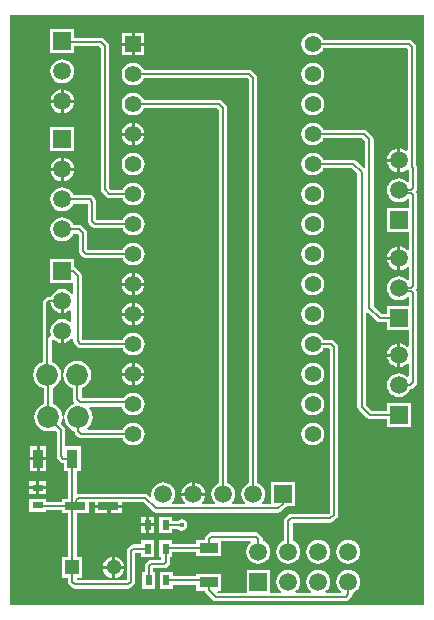
<source format=gtl>
G04 Layer_Physical_Order=1*
G04 Layer_Color=255*
%FSLAX44Y44*%
%MOMM*%
G71*
G01*
G75*
%ADD10R,0.9000X1.6000*%
%ADD11R,1.6000X0.9000*%
%ADD12R,1.8000X0.6500*%
%ADD13R,0.6000X0.9000*%
%ADD14R,0.9000X0.6000*%
%ADD15C,0.2000*%
%ADD16C,1.8500*%
%ADD17R,1.2000X1.2000*%
%ADD18C,1.3000*%
%ADD19C,1.4000*%
%ADD20R,1.4000X1.4000*%
%ADD21C,1.5000*%
%ADD22R,1.5000X1.5000*%
%ADD23R,1.5000X1.5000*%
%ADD24C,0.4500*%
G36*
X604000Y754000D02*
Y254000D01*
X254000D01*
X254000Y254000D01*
Y754000D01*
X604000D01*
X604000Y754000D01*
D02*
G37*
%LPC*%
G36*
X284540Y388540D02*
X278770D01*
Y379270D01*
X284540D01*
Y388540D01*
D02*
G37*
G36*
X276230D02*
X270460D01*
Y379270D01*
X276230D01*
Y388540D01*
D02*
G37*
G36*
X310700Y460892D02*
X307622Y460486D01*
X304754Y459299D01*
X302291Y457409D01*
X300401Y454946D01*
X299214Y452078D01*
X298808Y449000D01*
X299214Y445922D01*
X300401Y443054D01*
X302291Y440591D01*
X304754Y438702D01*
X307091Y437734D01*
Y428300D01*
X307365Y426919D01*
X308148Y425748D01*
X308236Y425660D01*
X307909Y424191D01*
X305754Y423298D01*
X303291Y421409D01*
X301402Y418946D01*
X300214Y416078D01*
X299808Y413000D01*
X300214Y409922D01*
X301402Y407054D01*
X303291Y404591D01*
X305754Y402701D01*
X308091Y401734D01*
Y401300D01*
X308365Y399919D01*
X309148Y398748D01*
X311548Y396348D01*
X312719Y395565D01*
X314100Y395291D01*
X349169D01*
X349667Y394089D01*
X351196Y392096D01*
X353189Y390567D01*
X355510Y389605D01*
X358000Y389278D01*
X360490Y389605D01*
X362811Y390567D01*
X364804Y392096D01*
X366333Y394089D01*
X367294Y396409D01*
X367622Y398900D01*
X367294Y401390D01*
X366333Y403711D01*
X364804Y405704D01*
X362811Y407233D01*
X360490Y408194D01*
X358000Y408522D01*
X355510Y408194D01*
X353189Y407233D01*
X351196Y405704D01*
X349667Y403711D01*
X349169Y402509D01*
X319482D01*
X319051Y403779D01*
X320109Y404591D01*
X321998Y407054D01*
X323186Y409922D01*
X323592Y413000D01*
X323186Y416078D01*
X321998Y418946D01*
X320491Y420911D01*
X321117Y422181D01*
X348657D01*
X348706Y421810D01*
X349667Y419489D01*
X351196Y417496D01*
X353189Y415967D01*
X355510Y415005D01*
X358000Y414678D01*
X360490Y415005D01*
X362811Y415967D01*
X364804Y417496D01*
X366333Y419489D01*
X367294Y421810D01*
X367622Y424300D01*
X367294Y426790D01*
X366333Y429111D01*
X364804Y431104D01*
X362811Y432633D01*
X360490Y433594D01*
X358000Y433922D01*
X355510Y433594D01*
X353189Y432633D01*
X351196Y431104D01*
X349888Y429399D01*
X314705D01*
X314309Y429795D01*
Y437734D01*
X316646Y438702D01*
X319109Y440591D01*
X320998Y443054D01*
X322187Y445922D01*
X322592Y449000D01*
X322187Y452078D01*
X320998Y454946D01*
X319109Y457409D01*
X316646Y459299D01*
X313778Y460486D01*
X310700Y460892D01*
D02*
G37*
G36*
X510000Y408522D02*
X507510Y408194D01*
X505189Y407233D01*
X503196Y405704D01*
X501667Y403711D01*
X500706Y401390D01*
X500378Y398900D01*
X500706Y396409D01*
X501667Y394089D01*
X503196Y392096D01*
X505189Y390567D01*
X507510Y389605D01*
X510000Y389278D01*
X512490Y389605D01*
X514811Y390567D01*
X516804Y392096D01*
X518333Y394089D01*
X519294Y396409D01*
X519622Y398900D01*
X519294Y401390D01*
X518333Y403711D01*
X516804Y405704D01*
X514811Y407233D01*
X512490Y408194D01*
X510000Y408522D01*
D02*
G37*
G36*
X284540Y376730D02*
X278770D01*
Y367460D01*
X284540D01*
Y376730D01*
D02*
G37*
G36*
X275730Y359040D02*
X269960D01*
Y354770D01*
X275730D01*
Y359040D01*
D02*
G37*
G36*
X410070Y357959D02*
Y349270D01*
X418759D01*
X418582Y350621D01*
X417570Y353063D01*
X415961Y355161D01*
X413863Y356770D01*
X411421Y357782D01*
X410070Y357959D01*
D02*
G37*
G36*
X276230Y376730D02*
X270460D01*
Y367460D01*
X276230D01*
Y376730D01*
D02*
G37*
G36*
X284040Y359040D02*
X278270D01*
Y354770D01*
X284040D01*
Y359040D01*
D02*
G37*
G36*
X510000Y433922D02*
X507510Y433594D01*
X505189Y432633D01*
X503196Y431104D01*
X501667Y429111D01*
X500706Y426790D01*
X500378Y424300D01*
X500706Y421810D01*
X501667Y419489D01*
X503196Y417496D01*
X505189Y415967D01*
X507510Y415005D01*
X510000Y414678D01*
X512490Y415005D01*
X514811Y415967D01*
X516804Y417496D01*
X518333Y419489D01*
X519294Y421810D01*
X519622Y424300D01*
X519294Y426790D01*
X518333Y429111D01*
X516804Y431104D01*
X514811Y432633D01*
X512490Y433594D01*
X510000Y433922D01*
D02*
G37*
G36*
X581730Y475759D02*
X580379Y475582D01*
X577937Y474570D01*
X575839Y472961D01*
X574230Y470863D01*
X573218Y468421D01*
X573041Y467070D01*
X581730D01*
Y475759D01*
D02*
G37*
G36*
Y464530D02*
X573041D01*
X573218Y463179D01*
X574230Y460737D01*
X575839Y458639D01*
X577937Y457030D01*
X580379Y456018D01*
X581730Y455841D01*
Y464530D01*
D02*
G37*
G36*
X356730Y499230D02*
X348545D01*
X348706Y498009D01*
X349667Y495689D01*
X351196Y493696D01*
X353189Y492167D01*
X355510Y491205D01*
X356730Y491045D01*
Y499230D01*
D02*
G37*
G36*
X510000Y510122D02*
X507510Y509794D01*
X505189Y508833D01*
X503196Y507304D01*
X501667Y505311D01*
X500706Y502990D01*
X500378Y500500D01*
X500706Y498009D01*
X501667Y495689D01*
X503196Y493696D01*
X505189Y492167D01*
X507510Y491205D01*
X510000Y490878D01*
X512490Y491205D01*
X514811Y492167D01*
X516804Y493696D01*
X518333Y495689D01*
X519294Y498009D01*
X519622Y500500D01*
X519294Y502990D01*
X518333Y505311D01*
X516804Y507304D01*
X514811Y508833D01*
X512490Y509794D01*
X510000Y510122D01*
D02*
G37*
G36*
X359270Y459155D02*
Y450970D01*
X367455D01*
X367294Y452190D01*
X366333Y454511D01*
X364804Y456504D01*
X362811Y458033D01*
X360490Y458994D01*
X359270Y459155D01*
D02*
G37*
G36*
X356730Y448430D02*
X348545D01*
X348706Y447210D01*
X349667Y444889D01*
X351196Y442896D01*
X353189Y441367D01*
X355510Y440406D01*
X356730Y440245D01*
Y448430D01*
D02*
G37*
G36*
X510000Y459322D02*
X507510Y458994D01*
X505189Y458033D01*
X503196Y456504D01*
X501667Y454511D01*
X500706Y452190D01*
X500378Y449700D01*
X500706Y447210D01*
X501667Y444889D01*
X503196Y442896D01*
X505189Y441367D01*
X507510Y440406D01*
X510000Y440078D01*
X512490Y440406D01*
X514811Y441367D01*
X516804Y442896D01*
X518333Y444889D01*
X519294Y447210D01*
X519622Y449700D01*
X519294Y452190D01*
X518333Y454511D01*
X516804Y456504D01*
X514811Y458033D01*
X512490Y458994D01*
X510000Y459322D01*
D02*
G37*
G36*
X356730Y459155D02*
X355510Y458994D01*
X353189Y458033D01*
X351196Y456504D01*
X349667Y454511D01*
X348706Y452190D01*
X348545Y450970D01*
X356730D01*
Y459155D01*
D02*
G37*
G36*
X367455Y448430D02*
X359270D01*
Y440245D01*
X360490Y440406D01*
X362811Y441367D01*
X364804Y442896D01*
X366333Y444889D01*
X367294Y447210D01*
X367455Y448430D01*
D02*
G37*
G36*
X407530Y357959D02*
X406179Y357782D01*
X403737Y356770D01*
X401639Y355161D01*
X400030Y353063D01*
X399018Y350621D01*
X398841Y349270D01*
X407530D01*
Y357959D01*
D02*
G37*
G36*
X514800Y309527D02*
X512179Y309182D01*
X509737Y308170D01*
X507639Y306561D01*
X506030Y304463D01*
X505018Y302021D01*
X504673Y299400D01*
X505018Y296779D01*
X506030Y294337D01*
X507639Y292239D01*
X509737Y290630D01*
X512179Y289618D01*
X514800Y289273D01*
X517421Y289618D01*
X519863Y290630D01*
X521961Y292239D01*
X523570Y294337D01*
X524582Y296779D01*
X524927Y299400D01*
X524582Y302021D01*
X523570Y304463D01*
X521961Y306561D01*
X519863Y308170D01*
X517421Y309182D01*
X514800Y309527D01*
D02*
G37*
G36*
X510000Y484722D02*
X507510Y484394D01*
X505189Y483433D01*
X503196Y481904D01*
X501667Y479911D01*
X500706Y477590D01*
X500378Y475100D01*
X500706Y472609D01*
X501667Y470289D01*
X503196Y468296D01*
X505189Y466767D01*
X507510Y465806D01*
X510000Y465478D01*
X512490Y465806D01*
X514811Y466767D01*
X516804Y468296D01*
X518333Y470289D01*
X518831Y471491D01*
X524155D01*
X524391Y471255D01*
Y331995D01*
X523505Y331109D01*
X491646D01*
X490264Y330835D01*
X489093Y330052D01*
X486848Y327807D01*
X486065Y326636D01*
X485791Y325254D01*
Y308772D01*
X484337Y308170D01*
X482239Y306561D01*
X480630Y304463D01*
X479618Y302021D01*
X479273Y299400D01*
X479618Y296779D01*
X480630Y294337D01*
X482239Y292239D01*
X484337Y290630D01*
X486779Y289618D01*
X489400Y289273D01*
X492021Y289618D01*
X494463Y290630D01*
X496561Y292239D01*
X498170Y294337D01*
X499182Y296779D01*
X499527Y299400D01*
X499182Y302021D01*
X498170Y304463D01*
X496561Y306561D01*
X494463Y308170D01*
X493009Y308772D01*
Y323759D01*
X493141Y323891D01*
X525000D01*
X526381Y324165D01*
X527552Y324948D01*
X530552Y327948D01*
X531335Y329119D01*
X531609Y330500D01*
Y472750D01*
X531335Y474131D01*
X530552Y475302D01*
X528202Y477652D01*
X527031Y478435D01*
X525650Y478709D01*
X518831D01*
X518333Y479911D01*
X516804Y481904D01*
X514811Y483433D01*
X512490Y484394D01*
X510000Y484722D01*
D02*
G37*
G36*
X462000Y315609D02*
X424000D01*
X422619Y315335D01*
X421448Y314552D01*
X419448Y312552D01*
X418665Y311381D01*
X418391Y310000D01*
Y309540D01*
X411460D01*
Y306109D01*
X391040D01*
Y309040D01*
X379960D01*
Y294960D01*
X381891D01*
Y292609D01*
X373000D01*
X371619Y292335D01*
X370448Y291552D01*
X368948Y290052D01*
X368165Y288881D01*
X367891Y287500D01*
Y282040D01*
X365460D01*
Y267960D01*
X376540D01*
Y282040D01*
X375109D01*
Y285391D01*
X384000D01*
X385381Y285665D01*
X386552Y286448D01*
X388052Y287948D01*
X388835Y289119D01*
X389109Y290500D01*
Y294960D01*
X391040D01*
Y298891D01*
X411460D01*
Y295460D01*
X432540D01*
Y308391D01*
X457138D01*
X457569Y307121D01*
X456839Y306561D01*
X455230Y304463D01*
X454218Y302021D01*
X453873Y299400D01*
X454218Y296779D01*
X455230Y294337D01*
X456839Y292239D01*
X458937Y290630D01*
X461379Y289618D01*
X464000Y289273D01*
X466621Y289618D01*
X469063Y290630D01*
X471161Y292239D01*
X472770Y294337D01*
X473782Y296779D01*
X474127Y299400D01*
X473782Y302021D01*
X472770Y304463D01*
X471161Y306561D01*
X469063Y308170D01*
X467609Y308772D01*
Y310000D01*
X467335Y311381D01*
X466552Y312552D01*
X464552Y314552D01*
X463381Y315335D01*
X462000Y315609D01*
D02*
G37*
G36*
X540200Y309527D02*
X537579Y309182D01*
X535137Y308170D01*
X533039Y306561D01*
X531430Y304463D01*
X530418Y302021D01*
X530073Y299400D01*
X530418Y296779D01*
X531430Y294337D01*
X533039Y292239D01*
X535137Y290630D01*
X537579Y289618D01*
X540200Y289273D01*
X542821Y289618D01*
X545263Y290630D01*
X547361Y292239D01*
X548970Y294337D01*
X549982Y296779D01*
X550327Y299400D01*
X549982Y302021D01*
X548970Y304463D01*
X547361Y306561D01*
X545263Y308170D01*
X542821Y309182D01*
X540200Y309527D01*
D02*
G37*
G36*
X342770Y294951D02*
Y287270D01*
X350451D01*
X350307Y288360D01*
X349396Y290559D01*
X347947Y292447D01*
X346059Y293896D01*
X343860Y294807D01*
X342770Y294951D01*
D02*
G37*
G36*
X340230Y284730D02*
X332549D01*
X332693Y283640D01*
X333604Y281441D01*
X335053Y279553D01*
X336941Y278104D01*
X339140Y277193D01*
X340230Y277049D01*
Y284730D01*
D02*
G37*
G36*
X540200Y284127D02*
X537579Y283782D01*
X535137Y282770D01*
X533039Y281161D01*
X531430Y279063D01*
X530418Y276621D01*
X530073Y274000D01*
X530418Y271379D01*
X531430Y268937D01*
X533039Y266839D01*
X534291Y265879D01*
X533859Y264609D01*
X521141D01*
X520709Y265879D01*
X521961Y266839D01*
X523570Y268937D01*
X524582Y271379D01*
X524927Y274000D01*
X524582Y276621D01*
X523570Y279063D01*
X521961Y281161D01*
X519863Y282770D01*
X517421Y283782D01*
X514800Y284127D01*
X512179Y283782D01*
X509737Y282770D01*
X507639Y281161D01*
X506030Y279063D01*
X505018Y276621D01*
X504673Y274000D01*
X505018Y271379D01*
X506030Y268937D01*
X507639Y266839D01*
X508890Y265879D01*
X508460Y264609D01*
X495741D01*
X495309Y265879D01*
X496561Y266839D01*
X498170Y268937D01*
X499182Y271379D01*
X499527Y274000D01*
X499182Y276621D01*
X498170Y279063D01*
X496561Y281161D01*
X494463Y282770D01*
X492021Y283782D01*
X489400Y284127D01*
X486779Y283782D01*
X484337Y282770D01*
X482239Y281161D01*
X480630Y279063D01*
X479618Y276621D01*
X479273Y274000D01*
X479618Y271379D01*
X480630Y268937D01*
X482239Y266839D01*
X483490Y265879D01*
X483060Y264609D01*
X474040D01*
Y284040D01*
X453960D01*
Y264609D01*
X429800D01*
X429345Y265190D01*
X429950Y266460D01*
X432540D01*
Y280540D01*
X411460D01*
Y278609D01*
X391540D01*
Y282040D01*
X380460D01*
Y267960D01*
X391540D01*
Y271391D01*
X411460D01*
Y266460D01*
X418498D01*
X418665Y265619D01*
X419448Y264448D01*
X425448Y258448D01*
X426619Y257665D01*
X428000Y257391D01*
X538000D01*
X539381Y257665D01*
X540552Y258448D01*
X542752Y260648D01*
X543535Y261819D01*
X543809Y263200D01*
Y264628D01*
X545263Y265230D01*
X547361Y266839D01*
X548970Y268937D01*
X549982Y271379D01*
X550327Y274000D01*
X549982Y276621D01*
X548970Y279063D01*
X547361Y281161D01*
X545263Y282770D01*
X542821Y283782D01*
X540200Y284127D01*
D02*
G37*
G36*
X340230Y294951D02*
X339140Y294807D01*
X336941Y293896D01*
X335053Y292447D01*
X333604Y290559D01*
X332693Y288360D01*
X332549Y287270D01*
X340230D01*
Y294951D01*
D02*
G37*
G36*
X350451Y284730D02*
X342770D01*
Y277049D01*
X343860Y277193D01*
X346059Y278104D01*
X347947Y279553D01*
X349396Y281441D01*
X350307Y283640D01*
X350451Y284730D01*
D02*
G37*
G36*
X369230Y320730D02*
X364960D01*
Y314960D01*
X369230D01*
Y320730D01*
D02*
G37*
G36*
X358000Y713322D02*
X355510Y712994D01*
X353189Y712033D01*
X351196Y710504D01*
X349667Y708511D01*
X348706Y706190D01*
X348378Y703700D01*
X348706Y701209D01*
X349667Y698889D01*
X351196Y696896D01*
X353189Y695367D01*
X355510Y694406D01*
X358000Y694078D01*
X360490Y694406D01*
X362811Y695367D01*
X364804Y696896D01*
X366333Y698889D01*
X366831Y700091D01*
X454805D01*
X455991Y698905D01*
Y357372D01*
X454537Y356770D01*
X452439Y355161D01*
X450830Y353063D01*
X449818Y350621D01*
X449473Y348000D01*
X449818Y345379D01*
X450830Y342937D01*
X452409Y340879D01*
X452341Y340418D01*
X452067Y339609D01*
X441733D01*
X441459Y340418D01*
X441391Y340879D01*
X442970Y342937D01*
X443982Y345379D01*
X444327Y348000D01*
X443982Y350621D01*
X442970Y353063D01*
X441361Y355161D01*
X439263Y356770D01*
X437809Y357372D01*
Y674800D01*
X437535Y676181D01*
X436752Y677352D01*
X433252Y680852D01*
X432081Y681635D01*
X430700Y681909D01*
X366831D01*
X366333Y683111D01*
X364804Y685104D01*
X362811Y686633D01*
X360490Y687594D01*
X358000Y687922D01*
X355510Y687594D01*
X353189Y686633D01*
X351196Y685104D01*
X349667Y683111D01*
X348706Y680790D01*
X348378Y678300D01*
X348706Y675809D01*
X349667Y673489D01*
X351196Y671496D01*
X353189Y669967D01*
X355510Y669006D01*
X358000Y668678D01*
X360490Y669006D01*
X362811Y669967D01*
X364804Y671496D01*
X366333Y673489D01*
X366831Y674691D01*
X429205D01*
X430591Y673305D01*
Y357372D01*
X429137Y356770D01*
X427039Y355161D01*
X425430Y353063D01*
X424418Y350621D01*
X424073Y348000D01*
X424418Y345379D01*
X425430Y342937D01*
X427009Y340879D01*
X426941Y340418D01*
X426667Y339609D01*
X416333D01*
X416059Y340418D01*
X415991Y340879D01*
X417570Y342937D01*
X418582Y345379D01*
X418759Y346730D01*
X398841D01*
X399018Y345379D01*
X400030Y342937D01*
X401609Y340879D01*
X401541Y340418D01*
X401267Y339609D01*
X390933D01*
X390659Y340418D01*
X390591Y340879D01*
X392170Y342937D01*
X393182Y345379D01*
X393527Y348000D01*
X393182Y350621D01*
X392170Y353063D01*
X390561Y355161D01*
X388463Y356770D01*
X386021Y357782D01*
X383400Y358127D01*
X380779Y357782D01*
X378337Y356770D01*
X376239Y355161D01*
X374630Y353063D01*
X373618Y350621D01*
X373273Y348000D01*
X373481Y346419D01*
X372279Y345826D01*
X370762Y347342D01*
X369591Y348125D01*
X368210Y348399D01*
X312040D01*
X311379Y348268D01*
X310109Y349169D01*
Y367460D01*
X313540D01*
Y388540D01*
X300609D01*
Y402300D01*
X300335Y403681D01*
X299552Y404852D01*
X296819Y407586D01*
X297787Y409922D01*
X298192Y413000D01*
X297787Y416078D01*
X296598Y418946D01*
X294709Y421409D01*
X292246Y423298D01*
X289909Y424266D01*
Y438148D01*
X291246Y438702D01*
X293709Y440591D01*
X295599Y443054D01*
X296786Y445922D01*
X297192Y449000D01*
X296786Y452078D01*
X295599Y454946D01*
X293709Y457409D01*
X291246Y459299D01*
X288909Y460266D01*
Y478575D01*
X290126Y479507D01*
X290356Y479447D01*
X290698Y479223D01*
X290839Y479039D01*
X292937Y477430D01*
X295379Y476418D01*
X296730Y476241D01*
Y486200D01*
X299270D01*
Y476241D01*
X300621Y476418D01*
X303063Y477430D01*
X305161Y479039D01*
X306021Y480160D01*
X307291Y479729D01*
Y477600D01*
X307565Y476219D01*
X308348Y475048D01*
X310698Y472698D01*
X311869Y471915D01*
X313250Y471641D01*
X349107D01*
X349667Y470289D01*
X351196Y468296D01*
X353189Y466767D01*
X355510Y465806D01*
X358000Y465478D01*
X360490Y465806D01*
X362811Y466767D01*
X364804Y468296D01*
X366333Y470289D01*
X367294Y472609D01*
X367622Y475100D01*
X367294Y477590D01*
X366333Y479911D01*
X364804Y481904D01*
X362811Y483433D01*
X360490Y484394D01*
X358000Y484722D01*
X355510Y484394D01*
X353189Y483433D01*
X351196Y481904D01*
X349667Y479911D01*
X349231Y478859D01*
X314745D01*
X314509Y479095D01*
Y533100D01*
X314235Y534481D01*
X313452Y535652D01*
X309552Y539552D01*
X308381Y540335D01*
X308040Y540402D01*
Y547040D01*
X287960D01*
Y526960D01*
X307291D01*
Y518071D01*
X306021Y517640D01*
X305161Y518761D01*
X303063Y520370D01*
X300621Y521382D01*
X298000Y521727D01*
X295379Y521382D01*
X292937Y520370D01*
X290839Y518761D01*
X289230Y516663D01*
X288628Y515209D01*
X287100D01*
X285719Y514935D01*
X285270Y514635D01*
X285270Y514635D01*
X284548Y514152D01*
X282748Y512352D01*
X281965Y511181D01*
X281691Y509800D01*
Y480044D01*
Y460266D01*
X279354Y459299D01*
X276891Y457409D01*
X275002Y454946D01*
X273813Y452078D01*
X273408Y449000D01*
X273813Y445922D01*
X275002Y443054D01*
X276891Y440591D01*
X279354Y438702D01*
X282222Y437514D01*
X282691Y437452D01*
Y424266D01*
X280354Y423298D01*
X277891Y421409D01*
X276001Y418946D01*
X274813Y416078D01*
X274408Y413000D01*
X274813Y409922D01*
X276001Y407054D01*
X277891Y404591D01*
X280354Y402701D01*
X283222Y401513D01*
X286300Y401108D01*
X289378Y401513D01*
X291714Y402481D01*
X293391Y400805D01*
Y380000D01*
X293665Y378619D01*
X294448Y377448D01*
X296448Y375448D01*
X297619Y374665D01*
X299000Y374391D01*
X299460D01*
Y367460D01*
X302891D01*
Y343790D01*
X297460D01*
Y341609D01*
X284040D01*
Y344040D01*
X269960D01*
Y332960D01*
X284040D01*
Y334391D01*
X297460D01*
Y332210D01*
X302891D01*
Y294540D01*
X297960D01*
Y277460D01*
X302891D01*
Y274000D01*
X303165Y272619D01*
X303948Y271448D01*
X306198Y269198D01*
X307369Y268415D01*
X308750Y268141D01*
X353750D01*
X355131Y268415D01*
X356302Y269198D01*
X358552Y271448D01*
X359335Y272619D01*
X359609Y274000D01*
Y298391D01*
X364960D01*
Y294960D01*
X376040D01*
Y309040D01*
X364960D01*
Y305609D01*
X358000D01*
X356619Y305335D01*
X355448Y304552D01*
X353448Y302552D01*
X352665Y301381D01*
X352391Y300000D01*
Y275495D01*
X352255Y275359D01*
X310245D01*
X310109Y275495D01*
Y277460D01*
X315040D01*
Y294540D01*
X310109D01*
Y332210D01*
X320540D01*
Y341181D01*
X325460D01*
Y339270D01*
X348540D01*
Y341181D01*
X366715D01*
X374448Y333448D01*
X375619Y332665D01*
X377000Y332391D01*
X481000D01*
X482381Y332665D01*
X483552Y333448D01*
X487552Y337448D01*
X487894Y337960D01*
X495040D01*
Y358040D01*
X474960D01*
Y339609D01*
X467133D01*
X466859Y340418D01*
X466791Y340879D01*
X468370Y342937D01*
X469382Y345379D01*
X469727Y348000D01*
X469382Y350621D01*
X468370Y353063D01*
X466761Y355161D01*
X464663Y356770D01*
X463209Y357372D01*
Y700400D01*
X462935Y701781D01*
X462152Y702952D01*
X458852Y706252D01*
X457681Y707035D01*
X456300Y707309D01*
X366831D01*
X366333Y708511D01*
X364804Y710504D01*
X362811Y712033D01*
X360490Y712994D01*
X358000Y713322D01*
D02*
G37*
G36*
X348540Y336730D02*
X338270D01*
Y332210D01*
X348540D01*
Y336730D01*
D02*
G37*
G36*
X284040Y352230D02*
X278270D01*
Y347960D01*
X284040D01*
Y352230D01*
D02*
G37*
G36*
X275730D02*
X269960D01*
Y347960D01*
X275730D01*
Y352230D01*
D02*
G37*
G36*
X335730Y336730D02*
X325460D01*
Y332210D01*
X335730D01*
Y336730D01*
D02*
G37*
G36*
X391040Y329040D02*
X379960D01*
Y314960D01*
X391040D01*
Y318391D01*
X395780D01*
X397131Y317488D01*
X399000Y317116D01*
X400869Y317488D01*
X402453Y318547D01*
X403512Y320131D01*
X403884Y322000D01*
X403512Y323869D01*
X402453Y325453D01*
X400869Y326512D01*
X399000Y326884D01*
X397131Y326512D01*
X395780Y325609D01*
X391040D01*
Y329040D01*
D02*
G37*
G36*
X376040Y320730D02*
X371770D01*
Y314960D01*
X376040D01*
Y320730D01*
D02*
G37*
G36*
Y329040D02*
X371770D01*
Y323270D01*
X376040D01*
Y329040D01*
D02*
G37*
G36*
X369230D02*
X364960D01*
Y323270D01*
X369230D01*
Y329040D01*
D02*
G37*
G36*
X367455Y499230D02*
X359270D01*
Y491045D01*
X360490Y491205D01*
X362811Y492167D01*
X364804Y493696D01*
X366333Y495689D01*
X367294Y498009D01*
X367455Y499230D01*
D02*
G37*
G36*
Y651630D02*
X359270D01*
Y643445D01*
X360490Y643605D01*
X362811Y644567D01*
X364804Y646096D01*
X366333Y648089D01*
X367294Y650409D01*
X367455Y651630D01*
D02*
G37*
G36*
X356730D02*
X348545D01*
X348706Y650409D01*
X349667Y648089D01*
X351196Y646096D01*
X353189Y644567D01*
X355510Y643605D01*
X356730Y643445D01*
Y651630D01*
D02*
G37*
G36*
Y662355D02*
X355510Y662194D01*
X353189Y661233D01*
X351196Y659704D01*
X349667Y657711D01*
X348706Y655390D01*
X348545Y654170D01*
X356730D01*
Y662355D01*
D02*
G37*
G36*
X510000Y687922D02*
X507510Y687594D01*
X505189Y686633D01*
X503196Y685104D01*
X501667Y683111D01*
X500706Y680790D01*
X500378Y678300D01*
X500706Y675809D01*
X501667Y673489D01*
X503196Y671496D01*
X505189Y669967D01*
X507510Y669006D01*
X510000Y668678D01*
X512490Y669006D01*
X514811Y669967D01*
X516804Y671496D01*
X518333Y673489D01*
X519294Y675809D01*
X519622Y678300D01*
X519294Y680790D01*
X518333Y683111D01*
X516804Y685104D01*
X514811Y686633D01*
X512490Y687594D01*
X510000Y687922D01*
D02*
G37*
G36*
X359270Y662355D02*
Y654170D01*
X367455D01*
X367294Y655390D01*
X366333Y657711D01*
X364804Y659704D01*
X362811Y661233D01*
X360490Y662194D01*
X359270Y662355D01*
D02*
G37*
G36*
X299270Y633059D02*
Y624370D01*
X307959D01*
X307782Y625721D01*
X306770Y628163D01*
X305161Y630261D01*
X303063Y631870D01*
X300621Y632882D01*
X299270Y633059D01*
D02*
G37*
G36*
X296730D02*
X295379Y632882D01*
X292937Y631870D01*
X290839Y630261D01*
X289230Y628163D01*
X288218Y625721D01*
X288041Y624370D01*
X296730D01*
Y633059D01*
D02*
G37*
G36*
X581730Y640759D02*
X580379Y640582D01*
X577937Y639570D01*
X575839Y637961D01*
X574230Y635863D01*
X573218Y633421D01*
X573041Y632070D01*
X581730D01*
Y640759D01*
D02*
G37*
G36*
X510000Y738722D02*
X507510Y738394D01*
X505189Y737433D01*
X503196Y735904D01*
X501667Y733911D01*
X500706Y731590D01*
X500378Y729100D01*
X500706Y726609D01*
X501667Y724289D01*
X503196Y722296D01*
X505189Y720767D01*
X507510Y719806D01*
X510000Y719478D01*
X512490Y719806D01*
X514811Y720767D01*
X516804Y722296D01*
X518333Y724289D01*
X518831Y725491D01*
X589905D01*
X590431Y724965D01*
Y639354D01*
X589161Y638728D01*
X588063Y639570D01*
X585621Y640582D01*
X584270Y640759D01*
Y630800D01*
Y620841D01*
X585621Y621018D01*
X588063Y622030D01*
X589561Y623179D01*
X589605Y623195D01*
X591054Y622967D01*
X591175Y622876D01*
X591391Y622553D01*
Y612933D01*
X590582Y612659D01*
X590121Y612591D01*
X588063Y614170D01*
X585621Y615182D01*
X583000Y615527D01*
X580379Y615182D01*
X577937Y614170D01*
X575839Y612561D01*
X574230Y610463D01*
X573218Y608021D01*
X572873Y605400D01*
X573218Y602779D01*
X574230Y600337D01*
X575839Y598239D01*
X577937Y596630D01*
X580379Y595618D01*
X583000Y595273D01*
X585621Y595618D01*
X588063Y596630D01*
X590121Y598209D01*
X590308Y598181D01*
X591391Y597756D01*
Y590040D01*
X572960D01*
Y569960D01*
X591391D01*
Y555333D01*
X590582Y555059D01*
X590121Y554991D01*
X588063Y556570D01*
X585621Y557582D01*
X584270Y557759D01*
Y547800D01*
Y537841D01*
X585621Y538018D01*
X588063Y539030D01*
X590121Y540609D01*
X590582Y540541D01*
X591391Y540267D01*
Y529933D01*
X590582Y529659D01*
X590121Y529591D01*
X588063Y531170D01*
X585621Y532182D01*
X583000Y532527D01*
X580379Y532182D01*
X577937Y531170D01*
X575839Y529561D01*
X574230Y527463D01*
X573218Y525021D01*
X572873Y522400D01*
X573218Y519779D01*
X574230Y517337D01*
X575839Y515239D01*
X577937Y513630D01*
X580379Y512618D01*
X583000Y512273D01*
X585621Y512618D01*
X588063Y513630D01*
X590121Y515209D01*
X590308Y515181D01*
X591391Y514756D01*
Y507040D01*
X572960D01*
Y500609D01*
X568245D01*
X561609Y507245D01*
Y648500D01*
X561335Y649881D01*
X560552Y651052D01*
X556152Y655452D01*
X554981Y656235D01*
X553600Y656509D01*
X518831D01*
X518333Y657711D01*
X516804Y659704D01*
X514811Y661233D01*
X512490Y662194D01*
X510000Y662522D01*
X507510Y662194D01*
X505189Y661233D01*
X503196Y659704D01*
X501667Y657711D01*
X500706Y655390D01*
X500378Y652900D01*
X500706Y650409D01*
X501667Y648089D01*
X503196Y646096D01*
X505189Y644567D01*
X507510Y643605D01*
X510000Y643278D01*
X512490Y643605D01*
X514811Y644567D01*
X516804Y646096D01*
X518333Y648089D01*
X518831Y649291D01*
X552105D01*
X554391Y647005D01*
Y624510D01*
X553121Y623984D01*
X547052Y630052D01*
X545881Y630835D01*
X544500Y631109D01*
X518831D01*
X518333Y632311D01*
X516804Y634304D01*
X514811Y635833D01*
X512490Y636794D01*
X510000Y637122D01*
X507510Y636794D01*
X505189Y635833D01*
X503196Y634304D01*
X501667Y632311D01*
X500706Y629990D01*
X500378Y627500D01*
X500706Y625009D01*
X501667Y622689D01*
X503196Y620696D01*
X505189Y619167D01*
X507510Y618205D01*
X510000Y617878D01*
X512490Y618205D01*
X514811Y619167D01*
X516804Y620696D01*
X518333Y622689D01*
X518831Y623891D01*
X543005D01*
X547891Y619005D01*
Y422250D01*
X548165Y420869D01*
X548948Y419698D01*
X556198Y412448D01*
X557369Y411665D01*
X558750Y411391D01*
X572960D01*
Y404960D01*
X593040D01*
Y425040D01*
X572960D01*
Y418609D01*
X560245D01*
X555109Y423745D01*
Y501740D01*
X556379Y502266D01*
X564198Y494448D01*
X565369Y493665D01*
X566750Y493391D01*
X572960D01*
Y486960D01*
X591391D01*
Y473333D01*
X590582Y473059D01*
X590121Y472991D01*
X588063Y474570D01*
X585621Y475582D01*
X584270Y475759D01*
Y465800D01*
Y455841D01*
X585621Y456018D01*
X588063Y457030D01*
X590121Y458609D01*
X590582Y458541D01*
X591391Y458267D01*
Y447933D01*
X590582Y447659D01*
X590121Y447591D01*
X588063Y449170D01*
X585621Y450182D01*
X583000Y450527D01*
X580379Y450182D01*
X577937Y449170D01*
X575839Y447561D01*
X574230Y445463D01*
X573218Y443021D01*
X572873Y440400D01*
X573218Y437779D01*
X574230Y435337D01*
X575839Y433239D01*
X577937Y431630D01*
X580379Y430618D01*
X583000Y430273D01*
X585621Y430618D01*
X588063Y431630D01*
X590161Y433239D01*
X591770Y435337D01*
X592372Y436791D01*
X592400D01*
X593781Y437065D01*
X594952Y437848D01*
X597552Y440448D01*
X598335Y441619D01*
X598609Y443000D01*
Y518000D01*
X598335Y519381D01*
X597552Y520552D01*
X597104Y521000D01*
X597552Y521448D01*
X598335Y522619D01*
X598609Y524000D01*
Y601000D01*
X598335Y602381D01*
X597552Y603552D01*
X597104Y604000D01*
X597552Y604448D01*
X598335Y605619D01*
X598609Y607000D01*
Y624000D01*
X598335Y625381D01*
X597649Y626407D01*
Y726460D01*
X597375Y727841D01*
X596592Y729012D01*
X593952Y731652D01*
X592781Y732435D01*
X591400Y732709D01*
X518831D01*
X518333Y733911D01*
X516804Y735904D01*
X514811Y737433D01*
X512490Y738394D01*
X510000Y738722D01*
D02*
G37*
G36*
X308040Y658540D02*
X287960D01*
Y638460D01*
X308040D01*
Y658540D01*
D02*
G37*
G36*
X356730Y727830D02*
X348460D01*
Y719560D01*
X356730D01*
Y727830D01*
D02*
G37*
G36*
X298000Y716227D02*
X295379Y715882D01*
X292937Y714870D01*
X290839Y713261D01*
X289230Y711163D01*
X288218Y708721D01*
X287873Y706100D01*
X288218Y703479D01*
X289230Y701037D01*
X290839Y698939D01*
X292937Y697330D01*
X295379Y696318D01*
X298000Y695973D01*
X300621Y696318D01*
X303063Y697330D01*
X305161Y698939D01*
X306770Y701037D01*
X307782Y703479D01*
X308127Y706100D01*
X307782Y708721D01*
X306770Y711163D01*
X305161Y713261D01*
X303063Y714870D01*
X300621Y715882D01*
X298000Y716227D01*
D02*
G37*
G36*
X367540Y727830D02*
X359270D01*
Y719560D01*
X367540D01*
Y727830D01*
D02*
G37*
G36*
Y738640D02*
X359270D01*
Y730370D01*
X367540D01*
Y738640D01*
D02*
G37*
G36*
X356730D02*
X348460D01*
Y730370D01*
X356730D01*
Y738640D01*
D02*
G37*
G36*
X307959Y679430D02*
X299270D01*
Y670741D01*
X300621Y670918D01*
X303063Y671930D01*
X305161Y673539D01*
X306770Y675637D01*
X307782Y678079D01*
X307959Y679430D01*
D02*
G37*
G36*
X296730D02*
X288041D01*
X288218Y678079D01*
X289230Y675637D01*
X290839Y673539D01*
X292937Y671930D01*
X295379Y670918D01*
X296730Y670741D01*
Y679430D01*
D02*
G37*
G36*
Y690659D02*
X295379Y690482D01*
X292937Y689470D01*
X290839Y687861D01*
X289230Y685763D01*
X288218Y683321D01*
X288041Y681970D01*
X296730D01*
Y690659D01*
D02*
G37*
G36*
X510000Y713322D02*
X507510Y712994D01*
X505189Y712033D01*
X503196Y710504D01*
X501667Y708511D01*
X500706Y706190D01*
X500378Y703700D01*
X500706Y701209D01*
X501667Y698889D01*
X503196Y696896D01*
X505189Y695367D01*
X507510Y694406D01*
X510000Y694078D01*
X512490Y694406D01*
X514811Y695367D01*
X516804Y696896D01*
X518333Y698889D01*
X519294Y701209D01*
X519622Y703700D01*
X519294Y706190D01*
X518333Y708511D01*
X516804Y710504D01*
X514811Y712033D01*
X512490Y712994D01*
X510000Y713322D01*
D02*
G37*
G36*
X299270Y690659D02*
Y681970D01*
X307959D01*
X307782Y683321D01*
X306770Y685763D01*
X305161Y687861D01*
X303063Y689470D01*
X300621Y690482D01*
X299270Y690659D01*
D02*
G37*
G36*
X359270Y535355D02*
Y527170D01*
X367455D01*
X367294Y528390D01*
X366333Y530711D01*
X364804Y532704D01*
X362811Y534233D01*
X360490Y535194D01*
X359270Y535355D01*
D02*
G37*
G36*
X356730D02*
X355510Y535194D01*
X353189Y534233D01*
X351196Y532704D01*
X349667Y530711D01*
X348706Y528390D01*
X348545Y527170D01*
X356730D01*
Y535355D01*
D02*
G37*
G36*
X298000Y582427D02*
X295379Y582082D01*
X292937Y581070D01*
X290839Y579461D01*
X289230Y577363D01*
X288218Y574921D01*
X287873Y572300D01*
X288218Y569679D01*
X289230Y567237D01*
X290839Y565139D01*
X292937Y563530D01*
X295379Y562518D01*
X298000Y562173D01*
X300621Y562518D01*
X303063Y563530D01*
X305161Y565139D01*
X306770Y567237D01*
X307372Y568691D01*
X310705D01*
X311891Y567505D01*
Y554250D01*
X312165Y552869D01*
X312948Y551698D01*
X315898Y548748D01*
X317069Y547965D01*
X318450Y547691D01*
X349169D01*
X349667Y546489D01*
X351196Y544496D01*
X353189Y542967D01*
X355510Y542006D01*
X358000Y541678D01*
X360490Y542006D01*
X362811Y542967D01*
X364804Y544496D01*
X366333Y546489D01*
X367294Y548810D01*
X367622Y551300D01*
X367294Y553790D01*
X366333Y556111D01*
X364804Y558104D01*
X362811Y559633D01*
X360490Y560594D01*
X358000Y560922D01*
X355510Y560594D01*
X353189Y559633D01*
X351196Y558104D01*
X349667Y556111D01*
X349169Y554909D01*
X319945D01*
X319109Y555745D01*
Y569000D01*
X318835Y570381D01*
X318052Y571552D01*
X314752Y574852D01*
X313581Y575635D01*
X312200Y575909D01*
X307372D01*
X306770Y577363D01*
X305161Y579461D01*
X303063Y581070D01*
X300621Y582082D01*
X298000Y582427D01*
D02*
G37*
G36*
X581730Y546530D02*
X573041D01*
X573218Y545179D01*
X574230Y542737D01*
X575839Y540639D01*
X577937Y539030D01*
X580379Y538018D01*
X581730Y537841D01*
Y546530D01*
D02*
G37*
G36*
X367455Y524630D02*
X359270D01*
Y516445D01*
X360490Y516605D01*
X362811Y517567D01*
X364804Y519096D01*
X366333Y521089D01*
X367294Y523410D01*
X367455Y524630D01*
D02*
G37*
G36*
X359270Y509955D02*
Y501770D01*
X367455D01*
X367294Y502990D01*
X366333Y505311D01*
X364804Y507304D01*
X362811Y508833D01*
X360490Y509794D01*
X359270Y509955D01*
D02*
G37*
G36*
X356730D02*
X355510Y509794D01*
X353189Y508833D01*
X351196Y507304D01*
X349667Y505311D01*
X348706Y502990D01*
X348545Y501770D01*
X356730D01*
Y509955D01*
D02*
G37*
G36*
Y524630D02*
X348545D01*
X348706Y523410D01*
X349667Y521089D01*
X351196Y519096D01*
X353189Y517567D01*
X355510Y516605D01*
X356730Y516445D01*
Y524630D01*
D02*
G37*
G36*
X510000Y535522D02*
X507510Y535194D01*
X505189Y534233D01*
X503196Y532704D01*
X501667Y530711D01*
X500706Y528390D01*
X500378Y525900D01*
X500706Y523410D01*
X501667Y521089D01*
X503196Y519096D01*
X505189Y517567D01*
X507510Y516605D01*
X510000Y516278D01*
X512490Y516605D01*
X514811Y517567D01*
X516804Y519096D01*
X518333Y521089D01*
X519294Y523410D01*
X519622Y525900D01*
X519294Y528390D01*
X518333Y530711D01*
X516804Y532704D01*
X514811Y534233D01*
X512490Y535194D01*
X510000Y535522D01*
D02*
G37*
G36*
Y560922D02*
X507510Y560594D01*
X505189Y559633D01*
X503196Y558104D01*
X501667Y556111D01*
X500706Y553790D01*
X500378Y551300D01*
X500706Y548810D01*
X501667Y546489D01*
X503196Y544496D01*
X505189Y542967D01*
X507510Y542006D01*
X510000Y541678D01*
X512490Y542006D01*
X514811Y542967D01*
X516804Y544496D01*
X518333Y546489D01*
X519294Y548810D01*
X519622Y551300D01*
X519294Y553790D01*
X518333Y556111D01*
X516804Y558104D01*
X514811Y559633D01*
X512490Y560594D01*
X510000Y560922D01*
D02*
G37*
G36*
X307959Y621830D02*
X299270D01*
Y613141D01*
X300621Y613318D01*
X303063Y614330D01*
X305161Y615939D01*
X306770Y618037D01*
X307782Y620479D01*
X307959Y621830D01*
D02*
G37*
G36*
X296730D02*
X288041D01*
X288218Y620479D01*
X289230Y618037D01*
X290839Y615939D01*
X292937Y614330D01*
X295379Y613318D01*
X296730Y613141D01*
Y621830D01*
D02*
G37*
G36*
X581730Y629530D02*
X573041D01*
X573218Y628179D01*
X574230Y625737D01*
X575839Y623639D01*
X577937Y622030D01*
X580379Y621018D01*
X581730Y620841D01*
Y629530D01*
D02*
G37*
G36*
X358000Y637122D02*
X355510Y636794D01*
X353189Y635833D01*
X351196Y634304D01*
X349667Y632311D01*
X348706Y629990D01*
X348378Y627500D01*
X348706Y625009D01*
X349667Y622689D01*
X351196Y620696D01*
X353189Y619167D01*
X355510Y618205D01*
X358000Y617878D01*
X360490Y618205D01*
X362811Y619167D01*
X364804Y620696D01*
X366333Y622689D01*
X367294Y625009D01*
X367622Y627500D01*
X367294Y629990D01*
X366333Y632311D01*
X364804Y634304D01*
X362811Y635833D01*
X360490Y636794D01*
X358000Y637122D01*
D02*
G37*
G36*
X510000Y611722D02*
X507510Y611394D01*
X505189Y610433D01*
X503196Y608904D01*
X501667Y606911D01*
X500706Y604590D01*
X500378Y602100D01*
X500706Y599609D01*
X501667Y597289D01*
X503196Y595296D01*
X505189Y593767D01*
X507510Y592805D01*
X510000Y592478D01*
X512490Y592805D01*
X514811Y593767D01*
X516804Y595296D01*
X518333Y597289D01*
X519294Y599609D01*
X519622Y602100D01*
X519294Y604590D01*
X518333Y606911D01*
X516804Y608904D01*
X514811Y610433D01*
X512490Y611394D01*
X510000Y611722D01*
D02*
G37*
G36*
X298000Y607827D02*
X295379Y607482D01*
X292937Y606470D01*
X290839Y604861D01*
X289230Y602763D01*
X288218Y600321D01*
X287873Y597700D01*
X288218Y595079D01*
X289230Y592637D01*
X290839Y590539D01*
X292937Y588930D01*
X295379Y587918D01*
X298000Y587573D01*
X300621Y587918D01*
X303063Y588930D01*
X305161Y590539D01*
X306770Y592637D01*
X307372Y594091D01*
X319641D01*
Y579500D01*
X319915Y578119D01*
X320698Y576948D01*
X323498Y574148D01*
X324669Y573365D01*
X326050Y573091D01*
X349169D01*
X349667Y571889D01*
X351196Y569896D01*
X353189Y568367D01*
X355510Y567406D01*
X358000Y567078D01*
X360490Y567406D01*
X362811Y568367D01*
X364804Y569896D01*
X366333Y571889D01*
X367294Y574210D01*
X367622Y576700D01*
X367294Y579190D01*
X366333Y581511D01*
X364804Y583504D01*
X362811Y585033D01*
X360490Y585994D01*
X358000Y586322D01*
X355510Y585994D01*
X353189Y585033D01*
X351196Y583504D01*
X349667Y581511D01*
X349169Y580309D01*
X327545D01*
X326859Y580995D01*
Y595750D01*
X326585Y597131D01*
X325802Y598302D01*
X323852Y600252D01*
X322681Y601035D01*
X321300Y601309D01*
X307372D01*
X306770Y602763D01*
X305161Y604861D01*
X303063Y606470D01*
X300621Y607482D01*
X298000Y607827D01*
D02*
G37*
G36*
X581730Y557759D02*
X580379Y557582D01*
X577937Y556570D01*
X575839Y554961D01*
X574230Y552863D01*
X573218Y550421D01*
X573041Y549070D01*
X581730D01*
Y557759D01*
D02*
G37*
G36*
X308040Y741540D02*
X287960D01*
Y721460D01*
X308040D01*
Y727141D01*
X329255D01*
X330391Y726005D01*
Y606000D01*
X330665Y604619D01*
X331448Y603448D01*
X335348Y599548D01*
X336519Y598765D01*
X337900Y598491D01*
X349169D01*
X349667Y597289D01*
X351196Y595296D01*
X353189Y593767D01*
X355510Y592805D01*
X358000Y592478D01*
X360490Y592805D01*
X362811Y593767D01*
X364804Y595296D01*
X366333Y597289D01*
X367294Y599609D01*
X367622Y602100D01*
X367294Y604590D01*
X366333Y606911D01*
X364804Y608904D01*
X362811Y610433D01*
X360490Y611394D01*
X358000Y611722D01*
X355510Y611394D01*
X353189Y610433D01*
X351196Y608904D01*
X349667Y606911D01*
X349169Y605709D01*
X339395D01*
X337609Y607495D01*
Y727500D01*
X337335Y728881D01*
X336552Y730052D01*
X333302Y733302D01*
X332131Y734085D01*
X330750Y734359D01*
X308040D01*
Y741540D01*
D02*
G37*
G36*
X510000Y586322D02*
X507510Y585994D01*
X505189Y585033D01*
X503196Y583504D01*
X501667Y581511D01*
X500706Y579190D01*
X500378Y576700D01*
X500706Y574210D01*
X501667Y571889D01*
X503196Y569896D01*
X505189Y568367D01*
X507510Y567406D01*
X510000Y567078D01*
X512490Y567406D01*
X514811Y568367D01*
X516804Y569896D01*
X518333Y571889D01*
X519294Y574210D01*
X519622Y576700D01*
X519294Y579190D01*
X518333Y581511D01*
X516804Y583504D01*
X514811Y585033D01*
X512490Y585994D01*
X510000Y586322D01*
D02*
G37*
%LPD*%
G36*
X286761Y512470D02*
X287837Y511628D01*
X287879Y511558D01*
X288218Y508979D01*
X289230Y506537D01*
X290839Y504439D01*
X292937Y502830D01*
X295379Y501818D01*
X296730Y501641D01*
Y511600D01*
X299270D01*
Y501641D01*
X300621Y501818D01*
X303063Y502830D01*
X304161Y503672D01*
X305431Y503046D01*
Y494754D01*
X304161Y494128D01*
X303063Y494970D01*
X300621Y495982D01*
X298000Y496327D01*
X295379Y495982D01*
X292937Y494970D01*
X290839Y493361D01*
X289230Y491263D01*
X288218Y488821D01*
X287873Y486200D01*
X288218Y483579D01*
X288466Y482982D01*
X287918Y481861D01*
X287567Y481627D01*
X287202Y481415D01*
X287150Y481347D01*
X287078Y481300D01*
X286844Y480949D01*
X286587Y480614D01*
X286564Y480531D01*
X286517Y480460D01*
X286452Y480132D01*
X286106Y479930D01*
X285148Y479591D01*
X284280Y480044D01*
Y509545D01*
X284405Y510171D01*
X284759Y510701D01*
X286199Y512141D01*
X286708Y512481D01*
X286761Y512470D01*
D02*
G37*
D10*
X306500Y378000D02*
D03*
X277500D02*
D03*
D11*
X422000Y302500D02*
D03*
Y273500D02*
D03*
D12*
X309000Y338000D02*
D03*
X337000D02*
D03*
D13*
X370500Y302000D02*
D03*
X385500D02*
D03*
X371000Y275000D02*
D03*
X386000D02*
D03*
X370500Y322000D02*
D03*
X385500D02*
D03*
D14*
X277000Y338500D02*
D03*
Y353500D02*
D03*
D15*
X491646Y327500D02*
X525000D01*
X489400Y325254D02*
X491646Y327500D01*
X489400Y299400D02*
Y325254D01*
X528000Y330500D02*
Y472750D01*
X525000Y327500D02*
X528000Y330500D01*
X525650Y475100D02*
X528000Y472750D01*
X510000Y475100D02*
X525650D01*
X428000Y261000D02*
X538000D01*
X422000Y267000D02*
X428000Y261000D01*
X538000D02*
X540200Y263200D01*
X307800Y338000D02*
X308400Y337400D01*
X310000Y339000D02*
Y342750D01*
X312040Y344790D02*
X368210D01*
X310000Y342750D02*
X312040Y344790D01*
X306500Y339300D02*
Y378000D01*
X309000Y338000D02*
X310000Y339000D01*
X338270Y335270D02*
X341000Y338000D01*
X338270Y332210D02*
Y335270D01*
Y332210D02*
X341500Y328980D01*
Y286000D02*
Y328980D01*
X356000Y274000D02*
Y300000D01*
X353750Y271750D02*
X356000Y274000D01*
X308750Y271750D02*
X353750D01*
X306500Y274000D02*
X308750Y271750D01*
X306500Y274000D02*
Y286000D01*
X356000Y300000D02*
X358000Y302000D01*
X370500D01*
X287100Y511600D02*
X292600D01*
X285300Y509800D02*
X287100Y511600D01*
X285300Y449000D02*
Y509800D01*
X292600Y511600D02*
X294000Y513000D01*
X514800Y299400D02*
X517400D01*
X354100Y606000D02*
X358000Y602100D01*
X357700Y424000D02*
X358000Y424300D01*
X422000Y302500D02*
Y310000D01*
X424000Y312000D01*
X462000D01*
X464000Y310000D01*
Y299400D02*
Y310000D01*
X422000Y267000D02*
Y273500D01*
X540200Y263200D02*
Y274000D01*
X388000Y302500D02*
X422000D01*
X386500Y275000D02*
X420500D01*
X422000Y273500D01*
X371500Y287500D02*
X373000Y289000D01*
X371500Y275000D02*
Y287500D01*
X385500Y300000D02*
Y302000D01*
Y300000D02*
X388000Y302500D01*
X373000Y289000D02*
X384000D01*
X385500Y290500D01*
Y300000D01*
X306500Y286000D02*
Y337300D01*
X306500Y339300D02*
X307800Y338000D01*
X277500D02*
X307800D01*
X277500Y354000D02*
Y378000D01*
X337000Y338000D02*
X341000D01*
X385500Y322000D02*
X399000D01*
X299000Y378000D02*
X306500D01*
X297000Y380000D02*
X299000Y378000D01*
X286300Y413000D02*
X297000Y402300D01*
Y380000D02*
Y402300D01*
X314100Y398900D02*
X358000D01*
X311700Y401300D02*
X314100Y398900D01*
X311700Y401300D02*
Y413000D01*
X286300D02*
Y448000D01*
X358000Y424300D02*
Y425790D01*
X313210D02*
X358000D01*
X292600Y511600D02*
X298000D01*
X310700Y428300D02*
X313210Y425790D01*
X310700Y428300D02*
Y449000D01*
X298000Y537000D02*
X307000D01*
X358000Y703700D02*
X456300D01*
X459600Y700400D01*
Y348000D02*
Y700400D01*
X358000Y678300D02*
X430700D01*
X434200Y674800D01*
Y348000D02*
Y674800D01*
X341000Y338000D02*
X367000D01*
X370500Y334500D01*
Y322000D02*
Y334500D01*
X368210Y344790D02*
X377000Y336000D01*
X481000D01*
X485000Y340000D01*
Y348000D01*
X583000Y440400D02*
X592400D01*
X595000Y443000D01*
Y518000D01*
X583000Y522400D02*
X585400Y520000D01*
X593000D01*
X595000Y518000D01*
X583000Y522400D02*
X593400D01*
X595000Y524000D01*
Y601000D01*
X583000Y605400D02*
X585400Y603000D01*
X593000D01*
X595000Y601000D01*
X583000Y605400D02*
X593400D01*
X595000Y607000D01*
Y624000D01*
X594040Y624960D02*
X595000Y624000D01*
X510000Y729100D02*
X591400D01*
X594040Y726460D01*
Y624960D02*
Y726460D01*
X566750Y497000D02*
X583000D01*
X558000Y505750D02*
X566750Y497000D01*
X551500Y422250D02*
X558750Y415000D01*
X583000D01*
X510000Y652900D02*
X553600D01*
X558000Y648500D01*
Y505750D02*
Y648500D01*
X510000Y627500D02*
X544500D01*
X551500Y620500D01*
Y422250D02*
Y620500D01*
X298000Y572300D02*
X312200D01*
X315500Y569000D01*
Y554250D02*
Y569000D01*
Y554250D02*
X318450Y551300D01*
X358000D01*
X298000Y597700D02*
X321300D01*
X323250Y595750D01*
Y579500D02*
Y595750D01*
Y579500D02*
X326050Y576700D01*
X358000D01*
X330750Y730750D02*
X334000Y727500D01*
Y606000D02*
Y727500D01*
Y606000D02*
X337900Y602100D01*
X358000D01*
X307000Y537000D02*
X310900Y533100D01*
X357850Y475250D02*
X358000Y475100D01*
X310900Y477600D02*
Y533100D01*
Y477600D02*
X313250Y475250D01*
X357850D01*
X297250Y730750D02*
X330750D01*
D16*
X285300Y449000D02*
D03*
X310700D02*
D03*
X286300Y413000D02*
D03*
X311700D02*
D03*
D17*
X306500Y286000D02*
D03*
D18*
X341500D02*
D03*
D19*
X510000Y398900D02*
D03*
Y424300D02*
D03*
Y449700D02*
D03*
Y475100D02*
D03*
Y500500D02*
D03*
Y525900D02*
D03*
Y551300D02*
D03*
Y576700D02*
D03*
Y602100D02*
D03*
Y627500D02*
D03*
Y652900D02*
D03*
Y678300D02*
D03*
Y703700D02*
D03*
Y729100D02*
D03*
X358000Y398900D02*
D03*
Y424300D02*
D03*
Y449700D02*
D03*
Y475100D02*
D03*
Y500500D02*
D03*
Y525900D02*
D03*
Y551300D02*
D03*
Y576700D02*
D03*
Y602100D02*
D03*
Y627500D02*
D03*
Y652900D02*
D03*
Y678300D02*
D03*
Y703700D02*
D03*
D20*
Y729100D02*
D03*
D21*
X583000Y465800D02*
D03*
Y440400D02*
D03*
Y630800D02*
D03*
Y605400D02*
D03*
X298000Y486200D02*
D03*
Y511600D02*
D03*
Y680700D02*
D03*
Y706100D02*
D03*
X583000Y547800D02*
D03*
Y522400D02*
D03*
X489400Y274000D02*
D03*
X514800D02*
D03*
X540200D02*
D03*
X464000Y299400D02*
D03*
X489400D02*
D03*
X514800D02*
D03*
X540200D02*
D03*
X459600Y348000D02*
D03*
X434200D02*
D03*
X408800D02*
D03*
X383400D02*
D03*
X298000Y623100D02*
D03*
Y597700D02*
D03*
Y572300D02*
D03*
D22*
X583000Y415000D02*
D03*
Y580000D02*
D03*
X298000Y537000D02*
D03*
Y731500D02*
D03*
X583000Y497000D02*
D03*
X298000Y648500D02*
D03*
D23*
X464000Y274000D02*
D03*
X485000Y348000D02*
D03*
D24*
X399000Y322000D02*
D03*
M02*

</source>
